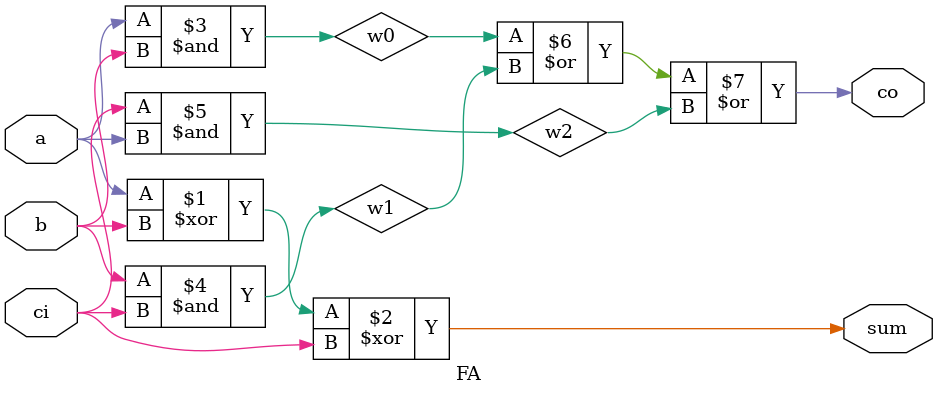
<source format=v>
module adder_gate(x, y, carry, out);
input [7:0] x, y;
output carry;
output [7:0] out;

/*Write your code here*/
	wire w0, w1, w2, w3, w4, w5, w6;

	FA FA0(.a(x[0]), .b(y[0]), .ci(0), .sum(out[0]), .co(w0));
	FA FA1(.a(x[1]), .b(y[1]), .ci(w0), .sum(out[1]), .co(w1));
	FA FA2(.a(x[2]), .b(y[2]), .ci(w1), .sum(out[2]), .co(w2));
	FA FA3(.a(x[3]), .b(y[3]), .ci(w2), .sum(out[3]), .co(w3));
	FA FA4(.a(x[4]), .b(y[4]), .ci(w3), .sum(out[4]), .co(w4));
	FA FA5(.a(x[5]), .b(y[5]), .ci(w4), .sum(out[5]), .co(w5));
	FA FA6(.a(x[6]), .b(y[6]), .ci(w5), .sum(out[6]), .co(w6));
	FA FA7(.a(x[7]), .b(y[7]), .ci(w6), .sum(out[7]), .co(carry));
/*End of code*/

endmodule

module FA (
	input a,    // Clock
	input b, // Clock Enable
	input ci,  // Asynchronous reset active low
	output sum,
	output co	
);
	wire w0, w1, w2;

	//sum = a ^ b ^ carry-in
	xor #1 U0(sum, a, b, ci);
	//carry-out = (a && b) || (b && carry-in) || (carry-in && a)
	and	#1 U1(w0, a, b);
	and	#1 U2(w1, b, ci);
	and	#1 U3(w2, ci, a);
	or #1 U4(co, w0, w1, w2);

endmodule
</source>
